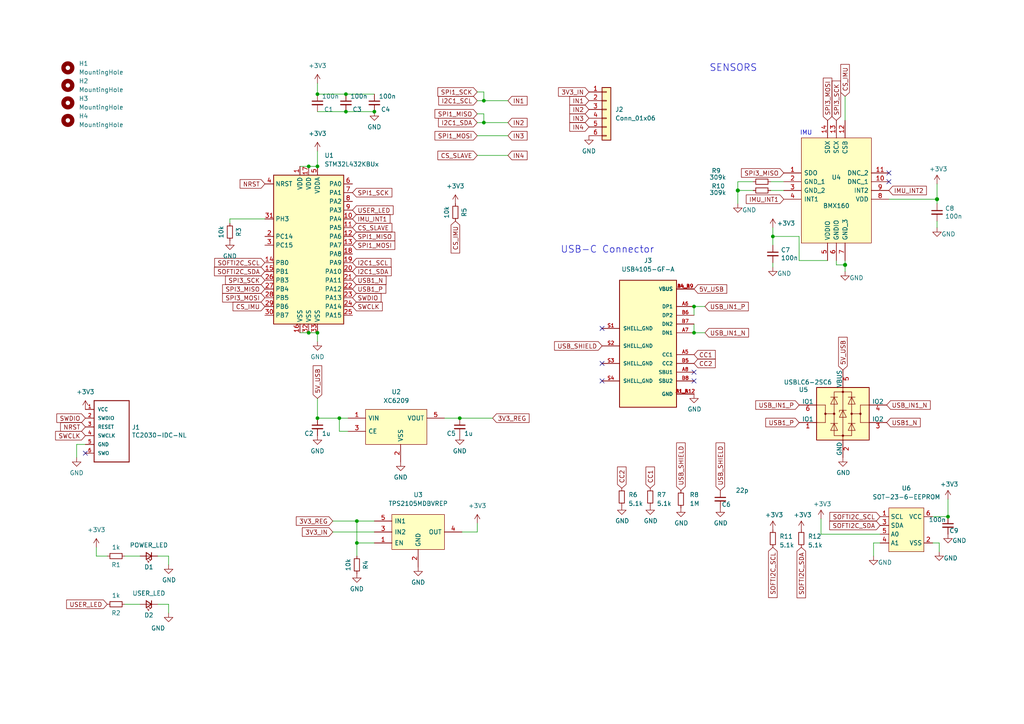
<source format=kicad_sch>
(kicad_sch (version 20230121) (generator eeschema)
  (paper "A4")
  (lib_symbols
    (symbol "Connector_Generic:Conn_01x06" (pin_names (offset 1.016) hide)
      (property "Reference" "J" (at 0 7.62 0))
      (property "Value" "Conn_01x06" (at 0 -10.16 0))
      (symbol "Conn_01x06_1_1"
        (rectangle (start -1.27 -7.493) (end 0 -7.747) (stroke (width 0.1524)))
        (rectangle (start -1.27 -4.953) (end 0 -5.207) (stroke (width 0.1524)))
        (rectangle (start -1.27 -2.413) (end 0 -2.667) (stroke (width 0.1524)))
        (rectangle (start -1.27 0.127) (end 0 -0.127) (stroke (width 0.1524)))
        (rectangle (start -1.27 2.667) (end 0 2.413) (stroke (width 0.1524)))
        (rectangle (start -1.27 5.207) (end 0 4.953) (stroke (width 0.1524)))
        (rectangle (start -1.27 6.35) (end 1.27 -8.89) (stroke (width 0.254)) (fill (type background)))
        (pin passive line (at -5.08 5.08 0) (length 3.81) (name "Pin_1") (number "1"))
        (pin passive line (at -5.08 2.54 0) (length 3.81) (name "Pin_2") (number "2"))
        (pin passive line (at -5.08 0 0) (length 3.81) (name "Pin_3") (number "3"))
        (pin passive line (at -5.08 -2.54 0) (length 3.81) (name "Pin_4") (number "4"))
        (pin passive line (at -5.08 -5.08 0) (length 3.81) (name "Pin_5") (number "5"))
        (pin passive line (at -5.08 -7.62 0) (length 3.81) (name "Pin_6") (number "6"))
      )
    )
    (symbol "Device:C_Small" (pin_numbers hide) (pin_names (offset 0.254) hide)
      (property "Reference" "C" (at 0.254 1.778 0))
      (property "Value" "C_Small" (at 0.254 -2.032 0))
      (symbol "C_Small_0_1"
        (polyline (pts (xy -1.524 -0.508) (xy 1.524 -0.508)) (stroke (width 0.3302)))
        (polyline (pts (xy -1.524 0.508) (xy 1.524 0.508)) (stroke (width 0.3048)))
      )
      (symbol "C_Small_1_1"
        (pin passive line (at 0 2.54 270) (length 2.032) (name "~") (number "1"))
        (pin passive line (at 0 -2.54 90) (length 2.032) (name "~") (number "2"))
      )
    )
    (symbol "Device:R_Small" (pin_numbers hide) (pin_names (offset 0.254) hide)
      (property "Reference" "R" (at 0.762 0.508 0))
      (property "Value" "R_Small" (at 0.762 -1.016 0))
      (symbol "R_Small_0_1"
        (rectangle (start -0.762 1.778) (end 0.762 -1.778) (stroke (width 0.2032)))
      )
      (symbol "R_Small_1_1"
        (pin passive line (at 0 2.54 270) (length 0.762) (name "~") (number "1"))
        (pin passive line (at 0 -2.54 90) (length 0.762) (name "~") (number "2"))
      )
    )
    (symbol "LED_Small_1" (pin_numbers hide) (pin_names (offset 0.254) hide)
      (property "Reference" "D" (at -1.27 3.175 0))
      (property "Value" "LED_Small_1" (at -4.445 -2.54 0))
      (symbol "LED_Small_1_0_1"
        (polyline (pts (xy -0.762 -1.016) (xy -0.762 1.016)) (stroke (width 0.254)))
        (polyline (pts (xy 1.016 0) (xy -0.762 0)))
        (polyline (pts (xy 0.762 -1.016) (xy -0.762 0) (xy 0.762 1.016) (xy 0.762 -1.016)) (stroke (width 0.254)))
        (polyline (pts (xy 0 0.762) (xy -0.508 1.27) (xy -0.254 1.27) (xy -0.508 1.27) (xy -0.508 1.016)))
        (polyline (pts (xy 0.508 1.27) (xy 0 1.778) (xy 0.254 1.778) (xy 0 1.778) (xy 0 1.524)))
      )
      (symbol "LED_Small_1_1_1"
        (pin passive line (at -2.54 0 0) (length 1.778) (name "K") (number "1"))
        (pin passive line (at 2.54 0 180) (length 1.778) (name "A") (number "2"))
      )
    )
    (symbol "MCU_ST_STM32L4:STM32L432KBUx"
      (property "Reference" "U" (at -10.16 21.59 0))
      (property "Value" "STM32L432KBUx" (at 5.08 21.59 0))
      (symbol "STM32L432KBUx_0_1"
        (rectangle (start -10.16 -22.86) (end 10.16 20.32) (stroke (width 0.254)) (fill (type background)))
      )
      (symbol "STM32L432KBUx_1_1"
        (pin power_in line (at -2.54 22.86 270) (length 2.54) (name "VDD") (number "1"))
        (pin bidirectional line (at 12.7 7.62 180) (length 2.54) (name "PA4") (number "10"))
        (pin bidirectional line (at 12.7 5.08 180) (length 2.54) (name "PA5") (number "11"))
        (pin bidirectional line (at 12.7 2.54 180) (length 2.54) (name "PA6") (number "12"))
        (pin bidirectional line (at 12.7 0 180) (length 2.54) (name "PA7") (number "13"))
        (pin bidirectional line (at -12.7 -5.08 0) (length 2.54) (name "PB0") (number "14"))
        (pin bidirectional line (at -12.7 -7.62 0) (length 2.54) (name "PB1") (number "15"))
        (pin power_in line (at -2.54 -25.4 90) (length 2.54) (name "VSS") (number "16"))
        (pin power_in line (at 0 22.86 270) (length 2.54) (name "VDD") (number "17"))
        (pin bidirectional line (at 12.7 -2.54 180) (length 2.54) (name "PA8") (number "18"))
        (pin bidirectional line (at 12.7 -5.08 180) (length 2.54) (name "PA9") (number "19"))
        (pin bidirectional line (at -12.7 2.54 0) (length 2.54) (name "PC14") (number "2"))
        (pin bidirectional line (at 12.7 -7.62 180) (length 2.54) (name "PA10") (number "20"))
        (pin bidirectional line (at 12.7 -10.16 180) (length 2.54) (name "PA11") (number "21"))
        (pin bidirectional line (at 12.7 -12.7 180) (length 2.54) (name "PA12") (number "22"))
        (pin bidirectional line (at 12.7 -15.24 180) (length 2.54) (name "PA13") (number "23"))
        (pin bidirectional line (at 12.7 -17.78 180) (length 2.54) (name "PA14") (number "24"))
        (pin bidirectional line (at 12.7 -20.32 180) (length 2.54) (name "PA15") (number "25"))
        (pin bidirectional line (at -12.7 -10.16 0) (length 2.54) (name "PB3") (number "26"))
        (pin bidirectional line (at -12.7 -12.7 0) (length 2.54) (name "PB4") (number "27"))
        (pin bidirectional line (at -12.7 -15.24 0) (length 2.54) (name "PB5") (number "28"))
        (pin bidirectional line (at -12.7 -17.78 0) (length 2.54) (name "PB6") (number "29"))
        (pin bidirectional line (at -12.7 0 0) (length 2.54) (name "PC15") (number "3"))
        (pin bidirectional line (at -12.7 -20.32 0) (length 2.54) (name "PB7") (number "30"))
        (pin bidirectional line (at -12.7 7.62 0) (length 2.54) (name "PH3") (number "31"))
        (pin power_in line (at 0 -25.4 90) (length 2.54) (name "VSS") (number "32"))
        (pin power_in line (at 2.54 -25.4 90) (length 2.54) (name "VSS") (number "33"))
        (pin input line (at -12.7 17.78 0) (length 2.54) (name "NRST") (number "4"))
        (pin power_in line (at 2.54 22.86 270) (length 2.54) (name "VDDA") (number "5"))
        (pin bidirectional line (at 12.7 17.78 180) (length 2.54) (name "PA0") (number "6"))
        (pin bidirectional line (at 12.7 15.24 180) (length 2.54) (name "PA1") (number "7"))
        (pin bidirectional line (at 12.7 12.7 180) (length 2.54) (name "PA2") (number "8"))
        (pin bidirectional line (at 12.7 10.16 180) (length 2.54) (name "PA3") (number "9"))
      )
    )
    (symbol "Mechanical:MountingHole" (pin_names (offset 1.016))
      (property "Reference" "H" (at 0 5.08 0))
      (property "Value" "MountingHole" (at 0 3.175 0))
      (symbol "MountingHole_0_1"
        (circle (center 0 0) (radius 1.27) (stroke (width 1.27)))
      )
    )
    (symbol "Power_Protection:USBLC6-2SC6" (pin_names (offset 0))
      (property "Reference" "U" (at 5.08 8.89 0))
      (property "Value" "USBLC6-2SC6" (at 10.16 -10.16 0))
      (symbol "USBLC6-2SC6_0_1"
        (rectangle (start -7.62 -7.62) (end 7.62 7.62) (stroke (width 0.254)) (fill (type background)))
        (circle (center -5.08 0) (radius 0.254) (fill (type outline)))
        (circle (center -2.54 0) (radius 0.254) (fill (type outline)))
        (rectangle (start -2.54 6.35) (end 2.54 -6.35))
        (circle (center 0 -6.35) (radius 0.254) (fill (type outline)))
        (polyline (pts (xy -5.08 -2.54) (xy -7.62 -2.54)))
        (polyline (pts (xy -5.08 0) (xy -5.08 -2.54)))
        (polyline (pts (xy -5.08 2.54) (xy -7.62 2.54)))
        (polyline (pts (xy -1.524 -2.794) (xy -3.556 -2.794)))
        (polyline (pts (xy -1.524 4.826) (xy -3.556 4.826)))
        (polyline (pts (xy 0 -7.62) (xy 0 -6.35)))
        (polyline (pts (xy 0 -6.35) (xy 0 1.27)))
        (polyline (pts (xy 0 1.27) (xy 0 6.35)))
        (polyline (pts (xy 0 6.35) (xy 0 7.62)))
        (polyline (pts (xy 1.524 -2.794) (xy 3.556 -2.794)))
        (polyline (pts (xy 1.524 4.826) (xy 3.556 4.826)))
        (polyline (pts (xy 5.08 -2.54) (xy 7.62 -2.54)))
        (polyline (pts (xy 5.08 0) (xy 5.08 -2.54)))
        (polyline (pts (xy 5.08 2.54) (xy 7.62 2.54)))
        (polyline (pts (xy -2.54 0) (xy -5.08 0) (xy -5.08 2.54)))
        (polyline (pts (xy 2.54 0) (xy 5.08 0) (xy 5.08 2.54)))
        (polyline (pts (xy -3.556 -4.826) (xy -1.524 -4.826) (xy -2.54 -2.794) (xy -3.556 -4.826)))
        (polyline (pts (xy -3.556 2.794) (xy -1.524 2.794) (xy -2.54 4.826) (xy -3.556 2.794)))
        (polyline (pts (xy -1.016 -1.016) (xy 1.016 -1.016) (xy 0 1.016) (xy -1.016 -1.016)))
        (polyline (pts (xy 1.016 1.016) (xy 0.762 1.016) (xy -1.016 1.016) (xy -1.016 0.508)))
        (polyline (pts (xy 3.556 -4.826) (xy 1.524 -4.826) (xy 2.54 -2.794) (xy 3.556 -4.826)))
        (polyline (pts (xy 3.556 2.794) (xy 1.524 2.794) (xy 2.54 4.826) (xy 3.556 2.794)))
        (circle (center 0 6.35) (radius 0.254) (fill (type outline)))
        (circle (center 2.54 0) (radius 0.254) (fill (type outline)))
        (circle (center 5.08 0) (radius 0.254) (fill (type outline)))
      )
      (symbol "USBLC6-2SC6_1_1"
        (pin passive line (at -12.7 -2.54 0) (length 5.08) (name "IO1") (number "1"))
        (pin passive line (at 0 -12.7 90) (length 5.08) (name "GND") (number "2"))
        (pin passive line (at 12.7 -2.54 180) (length 5.08) (name "IO2") (number "3"))
        (pin passive line (at 12.7 2.54 180) (length 5.08) (name "IO2") (number "4"))
        (pin passive line (at 0 12.7 270) (length 5.08) (name "VBUS") (number "5"))
        (pin passive line (at -12.7 2.54 0) (length 5.08) (name "IO1") (number "6"))
      )
    )
    (symbol "SamacSys_Parts3:BMX160" (pin_names (offset 0.762))
      (property "Reference" "IC?" (at 15.24 19.685 0))
      (property "Value" "BMX160" (at 15.24 17.145 0))
      (symbol "BMX160_0_0"
        (pin passive line (at 0 0 0) (length 5.08) (name "SDO") (number "1"))
        (pin passive line (at 30.48 -2.54 180) (length 5.08) (name "DNC_1") (number "10"))
        (pin passive line (at 30.48 0 180) (length 5.08) (name "DNC_2") (number "11"))
        (pin passive line (at 17.78 15.24 270) (length 5.08) (name "CSB") (number "12"))
        (pin passive line (at 15.24 15.24 270) (length 5.08) (name "SCX") (number "13"))
        (pin passive line (at 12.7 15.24 270) (length 5.08) (name "SDX") (number "14"))
        (pin passive line (at 0 -2.54 0) (length 5.08) (name "GND_1") (number "2"))
        (pin passive line (at 0 -5.08 0) (length 5.08) (name "GND_2") (number "3"))
        (pin passive line (at 0 -7.62 0) (length 5.08) (name "INT1") (number "4"))
        (pin passive line (at 12.7 -25.4 90) (length 5.08) (name "VDDIO") (number "5"))
        (pin passive line (at 15.24 -25.4 90) (length 5.08) (name "GNDIO") (number "6"))
        (pin passive line (at 17.78 -25.4 90) (length 5.08) (name "GND_3") (number "7"))
        (pin passive line (at 30.48 -7.62 180) (length 5.08) (name "VDD") (number "8"))
        (pin passive line (at 30.48 -5.08 180) (length 5.08) (name "INT2") (number "9"))
      )
      (symbol "BMX160_0_1"
        (polyline (pts (xy 5.08 10.16) (xy 25.4 10.16) (xy 25.4 -20.32) (xy 5.08 -20.32) (xy 5.08 10.16)) (stroke (width 0.1524)) (fill (type background)))
      )
    )
    (symbol "SamacSys_Parts:TPS2105MDBVREP" (pin_names (offset 0.762))
      (property "Reference" "IC1" (at 12.7 8.255 0))
      (property "Value" "TPS2105MDBVREP" (at 12.7 5.715 0))
      (symbol "TPS2105MDBVREP_0_0"
        (pin passive line (at 0 -5.715 0) (length 5.08) (name "EN") (number "1"))
        (pin passive line (at 12.7 -12.7 90) (length 5.08) (name "GND") (number "2"))
        (pin passive line (at 0 -2.54 0) (length 5.08) (name "IN2") (number "3"))
        (pin passive line (at 25.4 -2.54 180) (length 5.08) (name "OUT") (number "4"))
        (pin passive line (at 0 0.635 0) (length 5.08) (name "IN1") (number "5"))
      )
      (symbol "TPS2105MDBVREP_0_1"
        (polyline (pts (xy 5.08 2.54) (xy 20.32 2.54) (xy 20.32 -7.62) (xy 5.08 -7.62) (xy 5.08 2.54)) (stroke (width 0.1524)) (fill (type background)))
      )
    )
    (symbol "SamacSys_Parts:XC6701B332MR-G" (pin_names (offset 0.762))
      (property "Reference" "U5" (at 13.97 7.62 0))
      (property "Value" "XC6209" (at 13.97 5.08 0))
      (symbol "XC6701B332MR-G_0_0"
        (pin passive line (at 0 0 0) (length 5.08) (name "VIN") (number "1"))
        (pin passive line (at 15.24 -12.7 90) (length 5.08) (name "VSS") (number "2"))
        (pin passive line (at 0 -3.81 0) (length 5.08) (name "CE") (number "3"))
        (pin no_connect line (at 20.32 -12.7 90) (length 5.08) hide (name "NC") (number "4"))
        (pin passive line (at 27.94 0 180) (length 5.08) (name "VOUT") (number "5"))
      )
      (symbol "XC6701B332MR-G_0_1"
        (polyline (pts (xy 5.08 2.54) (xy 22.86 2.54) (xy 22.86 -7.62) (xy 5.08 -7.62) (xy 5.08 2.54)) (stroke (width 0.1524)) (fill (type background)))
      )
    )
    (symbol "TC2030-IDC-NL:TC2030-IDC-NL" (pin_names (offset 1.016))
      (property "Reference" "J" (at -5.08 12.7254 0))
      (property "Value" "TC2030-IDC-NL" (at -5.08 -10.16 0))
      (symbol "TC2030-IDC-NL_0_0"
        (polyline (pts (xy -5.08 -7.62) (xy 5.08 -7.62)) (stroke (width 0.254)))
        (polyline (pts (xy -5.08 10.16) (xy -5.08 -7.62)) (stroke (width 0.254)))
        (polyline (pts (xy 5.08 -7.62) (xy 5.08 10.16)) (stroke (width 0.254)))
        (polyline (pts (xy 5.08 10.16) (xy -5.08 10.16)) (stroke (width 0.254)))
        (pin passive line (at -7.62 7.62 0) (length 2.54) (name "VCC") (number "1"))
        (pin passive line (at -7.62 5.08 0) (length 2.54) (name "SWDIO") (number "2"))
        (pin passive line (at -7.62 2.54 0) (length 2.54) (name "RESET") (number "3"))
        (pin passive line (at -7.62 0 0) (length 2.54) (name "SWCLK") (number "4"))
        (pin passive line (at -7.62 -2.54 0) (length 2.54) (name "GND") (number "5"))
        (pin passive line (at -7.62 -5.08 0) (length 2.54) (name "SWO") (number "6"))
      )
    )
    (symbol "downloaded_parts:USB4105-GF-A" (pin_names (offset 1.016))
      (property "Reference" "J5" (at 0 16.51 0))
      (property "Value" "USB4105-GF-A" (at 0 13.97 0))
      (symbol "USB4105-GF-A_0_0"
        (rectangle (start -1.27 12.7) (end 15.24 -24.13) (stroke (width 0.254)) (fill (type background)))
        (pin power_in line (at 20.32 -20.32 180) (length 5.08) (name "GND") (number "A1_B12"))
        (pin power_in line (at 20.32 10.16 180) (length 5.08) (name "VBUS") (number "A4_B9"))
        (pin bidirectional line (at 20.32 -8.89 180) (length 5.08) (name "CC1") (number "A5"))
        (pin bidirectional line (at 20.32 5.08 180) (length 5.08) (name "DP1") (number "A6"))
        (pin bidirectional line (at 20.32 -2.54 180) (length 5.08) (name "DN1") (number "A7"))
        (pin bidirectional line (at 20.32 -13.97 180) (length 5.08) (name "SBU1") (number "A8"))
        (pin power_in line (at 20.32 -20.32 180) (length 5.08) (name "GND") (number "B1_A12"))
        (pin power_in line (at 20.32 10.16 180) (length 5.08) (name "VBUS") (number "B4_A9"))
        (pin bidirectional line (at 20.32 -11.43 180) (length 5.08) (name "CC2") (number "B5"))
        (pin bidirectional line (at 20.32 2.54 180) (length 5.08) (name "DP2") (number "B6"))
        (pin bidirectional line (at 20.32 0 180) (length 5.08) (name "DN2") (number "B7"))
        (pin bidirectional line (at 20.32 -16.51 180) (length 5.08) (name "SBU2") (number "B8"))
        (pin power_in line (at -6.35 -1.27 0) (length 5.08) (name "SHELL_GND") (number "S1"))
        (pin power_in line (at -6.35 -6.35 0) (length 5.08) (name "SHELL_GND") (number "S2"))
        (pin power_in line (at -6.35 -11.43 0) (length 5.08) (name "SHELL_GND") (number "S3"))
        (pin power_in line (at -6.35 -16.51 0) (length 5.08) (name "SHELL_GND") (number "S4"))
      )
    )
    (symbol "own_symbols:SOT-23-6-EEPROM"
      (property "Reference" "U" (at 0 2.54 0))
      (property "Value" "SOT-23-6-EEPROM" (at 0 5.08 0))
      (symbol "SOT-23-6-EEPROM_0_1"
        (rectangle (start 0 0) (end 10.16 -12.7) (stroke (width 0.1524)) (fill (type background)))
      )
      (symbol "SOT-23-6-EEPROM_1_1"
        (pin input line (at -2.54 -2.54 0) (length 2.54) (name "SCL") (number "1"))
        (pin input line (at 12.7 -10.16 180) (length 2.54) (name "VSS") (number "2"))
        (pin input line (at -2.54 -5.08 0) (length 2.54) (name "SDA") (number "3"))
        (pin input line (at -2.54 -10.16 0) (length 2.54) (name "A1") (number "4"))
        (pin input line (at -2.54 -7.62 0) (length 2.54) (name "A0") (number "5"))
        (pin input line (at 12.7 -2.54 180) (length 2.54) (name "VCC") (number "6"))
      )
    )
    (symbol "power:+3V3" (power) (pin_names (offset 0))
      (property "Value" "+3V3" (at 0 3.556 0))
      (symbol "+3V3_0_1"
        (polyline (pts (xy -0.762 1.27) (xy 0 2.54)))
        (polyline (pts (xy 0 0) (xy 0 2.54)))
        (polyline (pts (xy 0 2.54) (xy 0.762 1.27)))
      )
      (symbol "+3V3_1_1"
        (pin power_in line (at 0 0 90) (length 0) hide (name "+3V3") (number "1"))
      )
    )
    (symbol "power:GND" (power) (pin_names (offset 0))
      (property "Value" "GND" (at 0 -3.81 0))
      (symbol "GND_0_1"
        (polyline (pts (xy 0 0) (xy 0 -1.27) (xy 1.27 -1.27) (xy 0 -2.54) (xy -1.27 -1.27) (xy 0 -1.27)))
      )
      (symbol "GND_1_1"
        (pin power_in line (at 0 0 270) (length 0) hide (name "GND") (number "1"))
      )
    )
  )
  (junction (at 100.33 32.385))
  (junction (at 201.295 88.9))
  (junction (at 100.33 27.305))
  (junction (at 245.11 76.835) (diameter 1.016))
  (junction (at 133.35 121.285))
  (junction (at 224.155 68.58) (diameter 0.9144))
  (junction (at 213.995 55.245) (diameter 1.016))
  (junction (at 274.955 149.86))
  (junction (at 140.335 35.56))
  (junction (at 140.335 29.21))
  (junction (at 92.075 27.305))
  (junction (at 108.585 32.385))
  (junction (at 271.78 57.785) (diameter 1.016))
  (junction (at 89.535 96.52))
  (junction (at 103.505 157.48))
  (junction (at 92.075 96.52))
  (junction (at 92.075 48.26))
  (junction (at 201.295 96.52))
  (junction (at 103.505 151.13))
  (junction (at 98.425 121.285))
  (junction (at 92.075 121.285))
  (junction (at 89.535 48.26))
  (no_connect (at 201.295 107.95))
  (no_connect (at 174.625 95.25))
  (no_connect (at 257.81 50.165))
  (no_connect (at 257.81 52.705))
  (no_connect (at 174.625 110.49))
  (no_connect (at 24.765 131.445))
  (no_connect (at 174.625 105.41))
  (no_connect (at 201.295 110.49))
  (wire (pts (xy 76.835 63.5) (xy 66.675 63.5)))
  (wire (pts (xy 92.075 121.285) (xy 98.425 121.285)))
  (wire (pts (xy 103.505 161.29) (xy 103.505 157.48)))
  (wire (pts (xy 92.075 99.06) (xy 92.075 96.52)))
  (wire (pts (xy 201.295 96.52) (xy 204.47 96.52)))
  (wire (pts (xy 253.365 161.29) (xy 253.365 157.48)))
  (wire (pts (xy 138.43 39.37) (xy 147.32 39.37)))
  (wire (pts (xy 201.295 88.9) (xy 201.295 91.44)))
  (wire (pts (xy 274.955 144.78) (xy 274.955 149.86)))
  (wire (pts (xy 218.44 55.245) (xy 213.995 55.245)))
  (wire (pts (xy 138.43 33.02) (xy 140.335 33.02)))
  (wire (pts (xy 271.78 64.135) (xy 271.78 66.04)))
  (wire (pts (xy 92.075 43.815) (xy 92.075 48.26)))
  (wire (pts (xy 22.225 128.905) (xy 24.765 128.905)))
  (wire (pts (xy 138.43 35.56) (xy 140.335 35.56)))
  (wire (pts (xy 245.11 27.94) (xy 245.11 34.925)))
  (wire (pts (xy 245.11 76.835) (xy 245.11 78.74)))
  (wire (pts (xy 140.335 33.02) (xy 140.335 35.56)))
  (wire (pts (xy 27.94 161.29) (xy 31.115 161.29)))
  (wire (pts (xy 27.94 158.75) (xy 27.94 161.29)))
  (wire (pts (xy 224.155 76.2) (xy 224.155 77.47)))
  (wire (pts (xy 227.33 52.705) (xy 223.52 52.705)))
  (wire (pts (xy 242.57 75.565) (xy 242.57 76.835)))
  (wire (pts (xy 48.895 161.29) (xy 45.72 161.29)))
  (wire (pts (xy 253.365 157.48) (xy 255.27 157.48)))
  (wire (pts (xy 213.995 55.245) (xy 213.995 59.055)))
  (wire (pts (xy 271.78 57.785) (xy 271.78 59.055)))
  (wire (pts (xy 231.775 75.565) (xy 231.775 68.58)))
  (wire (pts (xy 22.225 132.715) (xy 22.225 128.905)))
  (wire (pts (xy 128.905 121.285) (xy 133.35 121.285)))
  (wire (pts (xy 103.505 157.48) (xy 103.505 151.13)))
  (wire (pts (xy 48.895 163.83) (xy 48.895 161.29)))
  (wire (pts (xy 257.81 57.785) (xy 271.78 57.785)))
  (wire (pts (xy 89.535 96.52) (xy 92.075 96.52)))
  (wire (pts (xy 231.775 68.58) (xy 224.155 68.58)))
  (wire (pts (xy 103.505 157.48) (xy 108.585 157.48)))
  (wire (pts (xy 140.335 35.56) (xy 147.32 35.56)))
  (wire (pts (xy 227.33 55.245) (xy 223.52 55.245)))
  (wire (pts (xy 140.335 29.21) (xy 147.32 29.21)))
  (wire (pts (xy 138.43 29.21) (xy 140.335 29.21)))
  (wire (pts (xy 89.535 48.26) (xy 92.075 48.26)))
  (wire (pts (xy 133.985 154.305) (xy 138.43 154.305)))
  (wire (pts (xy 272.415 160.02) (xy 272.415 157.48)))
  (wire (pts (xy 48.895 175.26) (xy 45.72 175.26)))
  (wire (pts (xy 92.075 32.385) (xy 100.33 32.385)))
  (wire (pts (xy 245.11 75.565) (xy 245.11 76.835)))
  (wire (pts (xy 140.335 26.67) (xy 140.335 29.21)))
  (wire (pts (xy 86.995 48.26) (xy 89.535 48.26)))
  (wire (pts (xy 272.415 157.48) (xy 270.51 157.48)))
  (wire (pts (xy 48.895 177.8) (xy 48.895 175.26)))
  (wire (pts (xy 271.78 53.34) (xy 271.78 57.785)))
  (wire (pts (xy 238.125 150.495) (xy 238.125 154.94)))
  (wire (pts (xy 98.425 121.285) (xy 100.965 121.285)))
  (wire (pts (xy 138.43 45.085) (xy 147.32 45.085)))
  (wire (pts (xy 98.425 121.285) (xy 98.425 125.095)))
  (wire (pts (xy 240.03 75.565) (xy 231.775 75.565)))
  (wire (pts (xy 138.43 26.67) (xy 140.335 26.67)))
  (wire (pts (xy 96.52 151.13) (xy 103.505 151.13)))
  (wire (pts (xy 36.195 161.29) (xy 40.64 161.29)))
  (wire (pts (xy 98.425 125.095) (xy 100.965 125.095)))
  (wire (pts (xy 100.33 27.305) (xy 108.585 27.305)))
  (wire (pts (xy 213.995 52.705) (xy 213.995 55.245)))
  (wire (pts (xy 242.57 76.835) (xy 245.11 76.835)))
  (wire (pts (xy 201.295 88.9) (xy 204.47 88.9)))
  (wire (pts (xy 201.295 93.98) (xy 201.295 96.52)))
  (wire (pts (xy 92.075 24.13) (xy 92.075 27.305)))
  (wire (pts (xy 138.43 151.765) (xy 138.43 154.305)))
  (wire (pts (xy 96.52 154.305) (xy 108.585 154.305)))
  (wire (pts (xy 100.33 32.385) (xy 108.585 32.385)))
  (wire (pts (xy 92.075 27.305) (xy 100.33 27.305)))
  (wire (pts (xy 36.195 175.26) (xy 40.64 175.26)))
  (wire (pts (xy 103.505 151.13) (xy 108.585 151.13)))
  (wire (pts (xy 218.44 52.705) (xy 213.995 52.705)))
  (wire (pts (xy 66.675 63.5) (xy 66.675 64.77)))
  (wire (pts (xy 224.155 68.58) (xy 224.155 71.12)))
  (wire (pts (xy 92.075 115.57) (xy 92.075 121.285)))
  (wire (pts (xy 133.35 121.285) (xy 142.875 121.285)))
  (wire (pts (xy 274.955 149.86) (xy 270.51 149.86)))
  (wire (pts (xy 224.155 66.04) (xy 224.155 68.58)))
  (wire (pts (xy 238.125 154.94) (xy 255.27 154.94)))
  (wire (pts (xy 86.995 96.52) (xy 89.535 96.52)))
  (text "SENSORS" (at 205.74 20.955 0) (effects (font (size 2 2)) (justify left bottom)))
  (text "IMU" (at 235.585 39.37 0) (effects (font (size 1.27 1.27)) (justify right bottom)))
  (text "USB-C Connector" (at 162.56 73.66 0) (effects (font (size 2 2)) (justify left bottom)))
  (global_label "USB_IN1_N" (shape input) (at 257.175 117.475 0) (property "Intersheetrefs" "${INTERSHEET_REFS}" (effects hide)))
  (global_label "CS_SLAVE" (shape input) (at 102.235 66.04 0) (property "Intersheetrefs" "${INTERSHEET_REFS}" (effects hide)))
  (global_label "USB1_P" (shape input) (at 102.235 83.82 0) (property "Intersheetrefs" "${INTERSHEET_REFS}" (effects hide)))
  (global_label "USB1_P" (shape input) (at 231.775 122.555 180) (property "Intersheetrefs" "${INTERSHEET_REFS}" (effects hide)))
  (global_label "I2C1_SCL" (shape input) (at 138.43 29.21 180) (property "Intersheetrefs" "${INTERSHEET_REFS}" (effects hide)))
  (global_label "USB_IN1_P" (shape input) (at 231.775 117.475 180) (property "Intersheetrefs" "${INTERSHEET_REFS}" (effects hide)))
  (global_label "IMU_INT1" (shape input) (at 102.235 63.5 0) (property "Intersheetrefs" "${INTERSHEET_REFS}" (effects hide)))
  (global_label "IMU_INT2" (shape input) (at 257.81 55.245 0) (property "Intersheetrefs" "${INTERSHEET_REFS}" (effects hide)))
  (global_label "SPI3_MOSI" (shape input) (at 240.03 34.925 90) (property "Intersheetrefs" "${INTERSHEET_REFS}" (effects hide)))
  (global_label "IN3" (shape input) (at 170.815 34.29 180) (property "Intersheetrefs" "${INTERSHEET_REFS}" (effects hide)))
  (global_label "CS_IMU" (shape input) (at 132.08 64.135 270) (property "Intersheetrefs" "${INTERSHEET_REFS}" (effects hide)))
  (global_label "USB_IN1_P" (shape input) (at 204.47 88.9 0) (property "Intersheetrefs" "${INTERSHEET_REFS}" (effects hide)))
  (global_label "IN1" (shape input) (at 170.815 29.21 180) (property "Intersheetrefs" "${INTERSHEET_REFS}" (effects hide)))
  (global_label "IN2" (shape input) (at 147.32 35.56 0) (property "Intersheetrefs" "${INTERSHEET_REFS}" (effects hide)))
  (global_label "USB_SHIELD" (shape input) (at 197.485 142.24 90) (property "Intersheetrefs" "${INTERSHEET_REFS}" (effects hide)))
  (global_label "SOFTI2C_SDA" (shape input) (at 232.41 158.75 270) (property "Intersheetrefs" "${INTERSHEET_REFS}" (effects hide)))
  (global_label "5V_USB" (shape input) (at 244.475 107.315 90) (property "Intersheetrefs" "${INTERSHEET_REFS}" (effects hide)))
  (global_label "USB1_N" (shape input) (at 102.235 81.28 0) (property "Intersheetrefs" "${INTERSHEET_REFS}" (effects hide)))
  (global_label "IMU_INT1" (shape input) (at 227.33 57.785 180) (property "Intersheetrefs" "${INTERSHEET_REFS}" (effects hide)))
  (global_label "SPI3_MISO" (shape input) (at 76.835 83.82 180) (property "Intersheetrefs" "${INTERSHEET_REFS}" (effects hide)))
  (global_label "CC1" (shape input) (at 201.295 102.87 0) (property "Intersheetrefs" "${INTERSHEET_REFS}" (effects hide)))
  (global_label "SPI3_SCK" (shape input) (at 76.835 81.28 180) (property "Intersheetrefs" "${INTERSHEET_REFS}" (effects hide)))
  (global_label "SPI3_MISO" (shape input) (at 227.33 50.165 180) (property "Intersheetrefs" "${INTERSHEET_REFS}" (effects hide)))
  (global_label "SPI1_MISO" (shape input) (at 138.43 33.02 180) (property "Intersheetrefs" "${INTERSHEET_REFS}" (effects hide)))
  (global_label "I2C1_SCL" (shape input) (at 102.235 76.2 0) (property "Intersheetrefs" "${INTERSHEET_REFS}" (effects hide)))
  (global_label "IN3" (shape input) (at 147.32 39.37 0) (property "Intersheetrefs" "${INTERSHEET_REFS}" (effects hide)))
  (global_label "SPI1_SCK" (shape input) (at 102.235 55.88 0) (property "Intersheetrefs" "${INTERSHEET_REFS}" (effects hide)))
  (global_label "SPI1_MISO" (shape input) (at 102.235 68.58 0) (property "Intersheetrefs" "${INTERSHEET_REFS}" (effects hide)))
  (global_label "NRST" (shape input) (at 76.835 53.34 180) (property "Intersheetrefs" "${INTERSHEET_REFS}" (effects hide)))
  (global_label "SOFTI2C_SCL" (shape input) (at 255.27 149.86 180) (property "Intersheetrefs" "${INTERSHEET_REFS}" (effects hide)))
  (global_label "3V3_IN" (shape input) (at 96.52 154.305 180) (property "Intersheetrefs" "${INTERSHEET_REFS}" (effects hide)))
  (global_label "SOFTI2C_SCL" (shape input) (at 224.155 158.75 270) (property "Intersheetrefs" "${INTERSHEET_REFS}" (effects hide)))
  (global_label "USER_LED" (shape input) (at 31.115 175.26 180) (property "Intersheetrefs" "${INTERSHEET_REFS}" (effects hide)))
  (global_label "USB_IN1_N" (shape input) (at 204.47 96.52 0) (property "Intersheetrefs" "${INTERSHEET_REFS}" (effects hide)))
  (global_label "SOFTI2C_SDA" (shape input) (at 76.835 78.74 180) (property "Intersheetrefs" "${INTERSHEET_REFS}" (effects hide)))
  (global_label "5V_USB" (shape input) (at 201.295 83.82 0) (property "Intersheetrefs" "${INTERSHEET_REFS}" (effects hide)))
  (global_label "SWCLK" (shape input) (at 24.765 126.365 180) (property "Intersheetrefs" "${INTERSHEET_REFS}" (effects hide)))
  (global_label "CC2" (shape input) (at 180.34 141.605 90) (property "Intersheetrefs" "${INTERSHEET_REFS}" (effects hide)))
  (global_label "IN2" (shape input) (at 170.815 31.75 180) (property "Intersheetrefs" "${INTERSHEET_REFS}" (effects hide)))
  (global_label "USER_LED" (shape input) (at 102.235 60.96 0) (property "Intersheetrefs" "${INTERSHEET_REFS}" (effects hide)))
  (global_label "5V_USB" (shape input) (at 92.075 115.57 90) (property "Intersheetrefs" "${INTERSHEET_REFS}" (effects hide)))
  (global_label "CS_SLAVE" (shape input) (at 138.43 45.085 180) (property "Intersheetrefs" "${INTERSHEET_REFS}" (effects hide)))
  (global_label "CC1" (shape input) (at 188.595 141.605 90) (property "Intersheetrefs" "${INTERSHEET_REFS}" (effects hide)))
  (global_label "USB1_N" (shape input) (at 257.175 122.555 0) (property "Intersheetrefs" "${INTERSHEET_REFS}" (effects hide)))
  (global_label "USB_SHIELD" (shape input) (at 174.625 100.33 180) (property "Intersheetrefs" "${INTERSHEET_REFS}" (effects hide)))
  (global_label "IN1" (shape input) (at 147.32 29.21 0) (property "Intersheetrefs" "${INTERSHEET_REFS}" (effects hide)))
  (global_label "CS_IMU" (shape input) (at 245.11 27.94 90) (property "Intersheetrefs" "${INTERSHEET_REFS}" (effects hide)))
  (global_label "SPI3_SCK" (shape input) (at 242.57 34.925 90) (property "Intersheetrefs" "${INTERSHEET_REFS}" (effects hide)))
  (global_label "SPI3_MOSI" (shape input) (at 76.835 86.36 180) (property "Intersheetrefs" "${INTERSHEET_REFS}" (effects hide)))
  (global_label "NRST" (shape input) (at 24.765 123.825 180) (property "Intersheetrefs" "${INTERSHEET_REFS}" (effects hide)))
  (global_label "IN4" (shape input) (at 170.815 36.83 180) (property "Intersheetrefs" "${INTERSHEET_REFS}" (effects hide)))
  (global_label "USB_SHIELD" (shape input) (at 208.915 142.24 90) (property "Intersheetrefs" "${INTERSHEET_REFS}" (effects hide)))
  (global_label "SWDIO" (shape input) (at 102.235 86.36 0) (property "Intersheetrefs" "${INTERSHEET_REFS}" (effects hide)))
  (global_label "I2C1_SDA" (shape input) (at 102.235 78.74 0) (property "Intersheetrefs" "${INTERSHEET_REFS}" (effects hide)))
  (global_label "SPI1_MOSI" (shape input) (at 102.235 71.12 0) (property "Intersheetrefs" "${INTERSHEET_REFS}" (effects hide)))
  (global_label "3V3_IN" (shape input) (at 170.815 26.67 180) (property "Intersheetrefs" "${INTERSHEET_REFS}" (effects hide)))
  (global_label "3V3_REG" (shape input) (at 142.875 121.285 0) (property "Intersheetrefs" "${INTERSHEET_REFS}" (effects hide)))
  (global_label "SOFTI2C_SDA" (shape input) (at 255.27 152.4 180) (property "Intersheetrefs" "${INTERSHEET_REFS}" (effects hide)))
  (global_label "IN4" (shape input) (at 147.32 45.085 0) (property "Intersheetrefs" "${INTERSHEET_REFS}" (effects hide)))
  (global_label "SPI1_MOSI" (shape input) (at 138.43 39.37 180) (property "Intersheetrefs" "${INTERSHEET_REFS}" (effects hide)))
  (global_label "3V3_REG" (shape input) (at 96.52 151.13 180) (property "Intersheetrefs" "${INTERSHEET_REFS}" (effects hide)))
  (global_label "SWDIO" (shape input) (at 24.765 121.285 180) (property "Intersheetrefs" "${INTERSHEET_REFS}" (effects hide)))
  (global_label "SPI1_SCK" (shape input) (at 138.43 26.67 180) (property "Intersheetrefs" "${INTERSHEET_REFS}" (effects hide)))
  (global_label "I2C1_SDA" (shape input) (at 138.43 35.56 180) (property "Intersheetrefs" "${INTERSHEET_REFS}" (effects hide)))
  (global_label "CC2" (shape input) (at 201.295 105.41 0) (property "Intersheetrefs" "${INTERSHEET_REFS}" (effects hide)))
  (global_label "CS_IMU" (shape input) (at 76.835 88.9 180) (property "Intersheetrefs" "${INTERSHEET_REFS}" (effects hide)))
  (global_label "SOFTI2C_SCL" (shape input) (at 76.835 76.2 180) (property "Intersheetrefs" "${INTERSHEET_REFS}" (effects hide)))
  (global_label "SWCLK" (shape input) (at 102.235 88.9 0) (property "Intersheetrefs" "${INTERSHEET_REFS}" (effects hide)))
  (symbol (lib_id "power:GND") (at 48.895 163.83 0) (unit 1)
    (property "Reference" "#PWR04" (effects hide))
    (property "Value" "GND" (at 49.022 168.2242 0))
  )
  (symbol (lib_id "power:GND") (at 208.915 147.32 0) (unit 1)
    (property "Reference" "#PWR023" (effects hide))
    (property "Value" "GND" (at 209.042 151.7142 0))
  )
  (symbol (lib_id "power:+3V3") (at 24.765 118.745 0) (unit 1)
    (property "Reference" "#PWR02" (effects hide))
    (property "Value" "+3V3" (at 24.765 113.665 0))
  )
  (symbol (lib_name "LED_Small_1") (lib_id "Device:LED_Small") (at 43.18 161.29 180) (unit 1)
    (property "Reference" "D1" (at 43.18 164.465 0))
    (property "Value" "POWER_LED" (at 43.18 158.115 0))
    (property "Footprint" "LED_SMD:LED_0603_1608Metric" (effects hide))
  )
  (symbol (lib_id "Device:C_Small") (at 92.075 123.825 0) (unit 1)
    (property "Reference" "C2" (at 88.265 125.73 0) (effects (justify left)))
    (property "Value" "1u" (at 93.345 125.73 0) (effects (justify left)))
    (property "Footprint" "Capacitor_SMD:C_0603_1608Metric" (effects hide))
  )
  (symbol (lib_id "Device:R_Small") (at 33.655 175.26 90) (unit 1)
    (property "Reference" "R2" (at 33.655 177.8 90))
    (property "Value" "1k" (at 33.655 172.72 90))
    (property "Footprint" "Resistor_SMD:R_0603_1608Metric" (effects hide))
  )
  (symbol (lib_id "Mechanical:MountingHole") (at 19.685 24.765 0) (unit 1)
    (property "Reference" "H2" (at 22.86 23.4949 0) (effects (justify left)))
    (property "Value" "MountingHole" (at 22.86 26.0349 0) (effects (justify left)))
    (property "Footprint" "downloaded_parts:MH_noPad_2.5" (effects hide))
  )
  (symbol (lib_id "power:GND") (at 92.075 126.365 0) (unit 1)
    (property "Reference" "#PWR010" (effects hide))
    (property "Value" "GND" (at 92.075 130.81 0))
  )
  (symbol (lib_id "power:GND") (at 121.285 164.465 0) (unit 1)
    (property "Reference" "#PWR014" (effects hide))
    (property "Value" "GND" (at 121.285 168.91 0))
  )
  (symbol (lib_id "Device:R_Small") (at 224.155 156.21 0) (unit 1)
    (property "Reference" "R11" (at 226.06 155.5749 0) (effects (justify left)))
    (property "Value" "5.1k" (at 226.06 158.1149 0) (effects (justify left)))
    (property "Footprint" "Resistor_SMD:R_0603_1608Metric" (effects hide))
  )
  (symbol (lib_id "Device:R_Small") (at 220.98 52.705 270) (unit 1)
    (property "Reference" "R9" (at 206.375 49.53 90) (effects (justify left)))
    (property "Value" "309k" (at 205.74 51.435 90) (effects (justify left)))
    (property "Footprint" "Resistor_SMD:R_0603_1608Metric" (effects hide))
  )
  (symbol (lib_id "power:GND") (at 22.225 132.715 0) (unit 1)
    (property "Reference" "#PWR01" (effects hide))
    (property "Value" "GND" (at 22.225 137.16 0))
  )
  (symbol (lib_id "Device:R_Small") (at 188.595 144.145 0) (unit 1)
    (property "Reference" "R7" (at 190.5 143.5099 0) (effects (justify left)))
    (property "Value" "5.1k" (at 190.5 146.0499 0) (effects (justify left)))
    (property "Footprint" "Resistor_SMD:R_0603_1608Metric" (effects hide))
  )
  (symbol (lib_id "Mechanical:MountingHole") (at 19.685 34.925 0) (unit 1)
    (property "Reference" "H4" (at 22.86 33.6549 0) (effects (justify left)))
    (property "Value" "MountingHole" (at 22.86 36.1949 0) (effects (justify left)))
    (property "Footprint" "downloaded_parts:MH_noPad_2.5" (effects hide))
  )
  (symbol (lib_id "Device:R_Small") (at 180.34 144.145 0) (unit 1)
    (property "Reference" "R6" (at 182.245 143.5099 0) (effects (justify left)))
    (property "Value" "5.1k" (at 182.245 146.0499 0) (effects (justify left)))
    (property "Footprint" "Resistor_SMD:R_0603_1608Metric" (effects hide))
  )
  (symbol (lib_id "power:+3V3") (at 27.94 158.75 0) (unit 1)
    (property "Reference" "#PWR03" (effects hide))
    (property "Value" "+3V3" (at 27.94 153.67 0))
  )
  (symbol (lib_id "power:GND") (at 244.475 132.715 0) (unit 1)
    (property "Reference" "#PWR030" (effects hide))
    (property "Value" "GND" (at 244.602 137.1092 0))
  )
  (symbol (lib_id "power:GND") (at 224.155 77.47 0) (unit 1)
    (property "Reference" "#PWR026" (effects hide))
    (property "Value" "GND" (at 227.457 79.3242 0))
  )
  (symbol (lib_id "Connector_Generic:Conn_01x06") (at 175.895 31.75 0) (unit 1)
    (property "Reference" "J2" (at 178.435 31.7499 0) (effects (justify left)))
    (property "Value" "Conn_01x06" (at 178.435 34.2899 0) (effects (justify left)))
    (property "Footprint" "Connector_JST:JST_GH_SM06B-GHS-TB_1x06-1MP_P1.25mm_Horizontal" (effects hide))
  )
  (symbol (lib_id "Device:C_Small") (at 274.955 152.4 0) (unit 1)
    (property "Reference" "C9" (at 275.336 153.9239 0) (effects (justify left)))
    (property "Value" "100n" (at 269.367 150.7489 0) (effects (justify left)))
    (property "Footprint" "Capacitor_SMD:C_0603_1608Metric" (effects hide))
  )
  (symbol (lib_id "power:GND") (at 245.11 78.74 0) (unit 1)
    (property "Reference" "#PWR031" (effects hide))
    (property "Value" "GND" (at 248.412 80.5942 0))
  )
  (symbol (lib_id "power:+3V3") (at 232.41 153.67 0) (unit 1)
    (property "Reference" "#PWR028" (effects hide))
    (property "Value" "+3V3" (at 232.7783 149.3456 0))
  )
  (symbol (lib_id "power:+3V3") (at 92.075 43.815 0) (unit 1)
    (property "Reference" "#PWR08" (effects hide))
    (property "Value" "+3V3" (at 92.075 38.735 0))
  )
  (symbol (lib_id "SamacSys_Parts3:BMX160") (at 227.33 50.165 0) (unit 1)
    (property "Reference" "U4" (at 242.57 51.435 0))
    (property "Value" "BMX160" (at 242.57 59.69 0))
    (property "Footprint" "downloaded_parts:PQFN50P300X250X88-14N" (effects hide))
    (property "Description" "IMUs - Inertial Measurement Units 9-axis (9DOF) Absolute Orientation MEMS Sensor" (effects hide))
    (property "Height" "0.88" (effects hide))
    (property "Mouser Part Number" "262-BMX160" (effects hide))
    (property "Mouser Price/Stock" "https://www.mouser.co.uk/ProductDetail/Bosch-Sensortec/BMX160?qs=w%2Fv1CP2dgqoayZdn49CsrA%3D%3D" (effects hide))
    (property "Manufacturer_Name" "Bosch Sensortec" (effects hide))
    (property "Manufacturer_Part_Number" "BMX160" (effects hide))
  )
  (symbol (lib_id "Device:C_Small") (at 208.915 144.78 0) (unit 1)
    (property "Reference" "C6" (at 209.296 146.3039 0) (effects (justify left)))
    (property "Value" "22p" (at 213.36 142.24 0) (effects (justify left)))
    (property "Footprint" "Capacitor_SMD:C_0603_1608Metric" (effects hide))
  )
  (symbol (lib_id "power:GND") (at 92.075 99.06 0) (unit 1)
    (property "Reference" "#PWR09" (effects hide))
    (property "Value" "GND" (at 92.075 103.505 0))
  )
  (symbol (lib_id "Device:C_Small") (at 92.075 29.845 0) (unit 1)
    (property "Reference" "C1" (at 93.98 31.75 0) (effects (justify left)))
    (property "Value" "100n" (at 93.345 27.94 0) (effects (justify left)))
    (property "Footprint" "Capacitor_SMD:C_0603_1608Metric" (effects hide))
  )
  (symbol (lib_id "Mechanical:MountingHole") (at 19.685 29.845 0) (unit 1)
    (property "Reference" "H3" (at 22.86 28.5749 0) (effects (justify left)))
    (property "Value" "MountingHole" (at 22.86 31.1149 0) (effects (justify left)))
    (property "Footprint" "downloaded_parts:MH_noPad_2.5" (effects hide))
  )
  (symbol (lib_id "power:+3V3") (at 132.08 59.055 0) (unit 1)
    (property "Reference" "#PWR015" (effects hide))
    (property "Value" "+3V3" (at 132.08 53.975 0))
  )
  (symbol (lib_id "Device:R_Small") (at 232.41 156.21 0) (unit 1)
    (property "Reference" "R12" (at 234.315 155.5749 0) (effects (justify left)))
    (property "Value" "5.1k" (at 234.315 158.1149 0) (effects (justify left)))
    (property "Footprint" "Resistor_SMD:R_0603_1608Metric" (effects hide))
  )
  (symbol (lib_id "power:GND") (at 116.205 133.985 0) (unit 1)
    (property "Reference" "#PWR013" (effects hide))
    (property "Value" "GND" (at 116.205 138.43 0))
  )
  (symbol (lib_id "Device:R_Small") (at 103.505 163.83 180) (unit 1)
    (property "Reference" "R4" (at 106.045 163.83 90))
    (property "Value" "10k" (at 100.965 163.83 90))
    (property "Footprint" "Resistor_SMD:R_0603_1608Metric" (effects hide))
  )
  (symbol (lib_id "Device:R_Small") (at 66.675 67.31 180) (unit 1)
    (property "Reference" "R3" (at 69.215 67.31 90))
    (property "Value" "10k" (at 64.135 67.31 90))
    (property "Footprint" "Resistor_SMD:R_0603_1608Metric" (effects hide))
  )
  (symbol (lib_id "power:GND") (at 108.585 32.385 0) (unit 1)
    (property "Reference" "#PWR012" (effects hide))
    (property "Value" "GND" (at 108.585 36.83 0))
  )
  (symbol (lib_id "power:GND") (at 188.595 146.685 0) (unit 1)
    (property "Reference" "#PWR020" (effects hide))
    (property "Value" "GND" (at 188.722 151.0792 0))
  )
  (symbol (lib_id "TC2030-IDC-NL:TC2030-IDC-NL") (at 32.385 126.365 0) (unit 1)
    (property "Reference" "J1" (at 38.2271 123.9456 0) (effects (justify left)))
    (property "Value" "TC2030-IDC-NL" (at 38.2271 126.2443 0) (effects (justify left)))
    (property "Footprint" "Connector:Tag-Connect_TC2030-IDC-NL_2x03_P1.27mm_Vertical" (effects hide))
    (property "Datasheet" "Manufacturer recommendation" (effects hide))
    (property "Field4" "Tag-Connect" (effects hide))
    (property "Field5" "MS" (effects hide))
  )
  (symbol (lib_id "Device:R_Small") (at 132.08 61.595 180) (unit 1)
    (property "Reference" "R5" (at 134.62 61.595 90))
    (property "Value" "10k" (at 129.54 61.595 90))
    (property "Footprint" "Resistor_SMD:R_0603_1608Metric" (effects hide))
  )
  (symbol (lib_id "Device:C_Small") (at 108.585 29.845 0) (unit 1)
    (property "Reference" "C4" (at 110.49 31.75 0) (effects (justify left)))
    (property "Value" "100n" (at 109.855 27.94 0) (effects (justify left)))
    (property "Footprint" "Capacitor_SMD:C_0603_1608Metric" (effects hide))
  )
  (symbol (lib_id "Device:R_Small") (at 197.485 144.78 0) (unit 1)
    (property "Reference" "R8" (at 200.025 143.5099 0) (effects (justify left)))
    (property "Value" "1M" (at 200.025 146.0499 0) (effects (justify left)))
    (property "Footprint" "Resistor_SMD:R_0603_1608Metric" (effects hide))
  )
  (symbol (lib_id "power:GND") (at 213.995 59.055 0) (unit 1)
    (property "Reference" "#PWR024" (effects hide))
    (property "Value" "GND" (at 217.297 60.9092 0))
  )
  (symbol (lib_id "power:+3V3") (at 271.78 53.34 0) (unit 1)
    (property "Reference" "#PWR033" (effects hide))
    (property "Value" "+3V3" (at 272.1483 49.0156 0))
  )
  (symbol (lib_id "power:+3V3") (at 92.075 24.13 0) (unit 1)
    (property "Reference" "#PWR07" (effects hide))
    (property "Value" "+3V3" (at 92.075 19.05 0))
  )
  (symbol (lib_id "power:GND") (at 170.815 39.37 0) (unit 1)
    (property "Reference" "#PWR018" (effects hide))
    (property "Value" "GND" (at 170.815 43.815 0))
  )
  (symbol (lib_id "power:GND") (at 180.34 146.685 0) (unit 1)
    (property "Reference" "#PWR019" (effects hide))
    (property "Value" "GND" (at 180.467 151.0792 0))
  )
  (symbol (lib_id "Device:R_Small") (at 220.98 55.245 270) (unit 1)
    (property "Reference" "R10" (at 206.375 53.975 90) (effects (justify left)))
    (property "Value" "309k" (at 205.74 55.88 90) (effects (justify left)))
    (property "Footprint" "Resistor_SMD:R_0603_1608Metric" (effects hide))
  )
  (symbol (lib_id "power:GND") (at 48.895 177.8 0) (unit 1)
    (property "Reference" "#PWR05" (effects hide))
    (property "Value" "GND" (at 45.847 182.1942 0))
  )
  (symbol (lib_id "power:+3V3") (at 138.43 151.765 0) (unit 1)
    (property "Reference" "#PWR017" (effects hide))
    (property "Value" "+3V3" (at 138.43 146.685 0))
  )
  (symbol (lib_id "power:GND") (at 133.35 126.365 0) (unit 1)
    (property "Reference" "#PWR016" (effects hide))
    (property "Value" "GND" (at 133.35 130.81 0))
  )
  (symbol (lib_id "own_symbols:SOT-23-6-EEPROM") (at 257.81 147.32 0) (unit 1)
    (property "Reference" "U6" (at 262.89 141.605 0))
    (property "Value" "SOT-23-6-EEPROM" (at 262.89 144.145 0))
    (property "Footprint" "Package_TO_SOT_SMD:SOT-23-6" (effects hide))
  )
  (symbol (lib_id "power:GND") (at 272.415 160.02 0) (unit 1)
    (property "Reference" "#PWR035" (effects hide))
    (property "Value" "GND" (at 275.717 161.8742 0))
  )
  (symbol (lib_id "power:+3V3") (at 238.125 150.495 0) (unit 1)
    (property "Reference" "#PWR029" (effects hide))
    (property "Value" "+3V3" (at 238.4933 146.1706 0))
  )
  (symbol (lib_id "SamacSys_Parts:XC6701B332MR-G") (at 100.965 121.285 0) (unit 1)
    (property "Reference" "U2" (at 114.935 113.665 0))
    (property "Value" "XC6209" (at 114.935 116.205 0))
    (property "Footprint" "downloaded_parts:SOT95P280X130-5N" (effects hide))
    (property "Datasheet" "https://www.torexsemi.com/file/xc6701/XC6701.pdf" (effects hide))
    (property "Description" "LDO Voltage Regulators 28V Input High Speed Vltg Reg" (effects hide))
    (property "Height" "1.3" (effects hide))
    (property "Mouser Part Number" "865-XC6701B332MR-G" (effects hide))
    (property "Mouser Price/Stock" "https://www.mouser.com/Search/Refine.aspx?Keyword=865-XC6701B332MR-G" (effects hide))
    (property "Manufacturer_Name" "Torex" (effects hide))
    (property "Manufacturer_Part_Number" "XC6701B332MR-G" (effects hide))
  )
  (symbol (lib_id "power:+3V3") (at 274.955 144.78 0) (unit 1)
    (property "Reference" "#PWR036" (effects hide))
    (property "Value" "+3V3" (at 275.3233 140.4556 0))
  )
  (symbol (lib_id "Mechanical:MountingHole") (at 19.685 19.685 0) (unit 1)
    (property "Reference" "H1" (at 22.86 18.4149 0) (effects (justify left)))
    (property "Value" "MountingHole" (at 22.86 20.9549 0) (effects (justify left)))
    (property "Footprint" "downloaded_parts:MH_noPad_2.5" (effects hide))
  )
  (symbol (lib_id "power:+3V3") (at 224.155 66.04 0) (unit 1)
    (property "Reference" "#PWR025" (effects hide))
    (property "Value" "+3V3" (at 227.965 64.77 0))
  )
  (symbol (lib_id "MCU_ST_STM32L4:STM32L432KBUx") (at 89.535 71.12 0) (unit 1)
    (property "Reference" "U1" (at 94.0944 45.085 0) (effects (justify left)))
    (property "Value" "STM32L432KBUx" (at 94.0944 47.625 0) (effects (justify left)))
    (property "Footprint" "Package_DFN_QFN:QFN-32-1EP_5x5mm_P0.5mm_EP3.45x3.45mm" (effects hide))
    (property "Datasheet" "http://www.st.com/st-web-ui/static/active/en/resource/technical/document/datasheet/DM00257205.pdf" (effects hide))
  )
  (symbol (lib_id "downloaded_parts:USB4105-GF-A") (at 180.975 93.98 0) (unit 1)
    (property "Reference" "J3" (at 187.96 75.565 0))
    (property "Value" "USB4105-GF-A" (at 187.96 78.105 0))
    (property "Footprint" "downloaded_parts:GCT_USB4105-GF-A" (effects hide))
    (property "MANUFACTURER" "GCT" (effects hide))
    (property "PARTREV" "A3" (effects hide))
    (property "MAXIMUM_PACKAGE_HEIGHT" "3.31 mm" (effects hide))
    (property "STANDARD" "Manufacturer Recommendations" (effects hide))
  )
  (symbol (lib_id "Power_Protection:USBLC6-2SC6") (at 244.475 120.015 0) (unit 1)
    (property "Reference" "U5" (at 233.045 113.0108 0))
    (property "Value" "USBLC6-2SC6" (at 234.315 110.8645 0))
    (property "Footprint" "Package_TO_SOT_SMD:SOT-23-6" (effects hide))
    (property "Datasheet" "http://www2.st.com/resource/en/datasheet/CD00050750.pdf" (effects hide))
  )
  (symbol (lib_id "power:+3V3") (at 224.155 153.67 0) (unit 1)
    (property "Reference" "#PWR027" (effects hide))
    (property "Value" "+3V3" (at 224.5233 149.3456 0))
  )
  (symbol (lib_id "SamacSys_Parts:TPS2105MDBVREP") (at 108.585 151.765 0) (unit 1)
    (property "Reference" "U3" (at 121.285 143.51 0))
    (property "Value" "TPS2105MDBVREP" (at 121.285 146.05 0))
    (property "Footprint" "downloaded_parts:SOT95P280X145-5N" (effects hide))
    (property "Datasheet" "http://www.ti.com/lit/ds/symlink/tps2105-ep.pdf" (effects hide))
    (property "Description" "2.7-5.5V Dual In/Single Out MOSFET, 0.5A Main/0.1A Aux Input, Act-High Enable" (effects hide))
    (property "Height" "1.45" (effects hide))
    (property "Mouser Part Number" "595-TPS2105MDBVREP" (effects hide))
    (property "Mouser Price/Stock" "https://www.mouser.co.uk/ProductDetail/Texas-Instruments/TPS2105MDBVREP?qs=NRIcxvoDUteAJB89ViJomg%3D%3D" (effects hide))
    (property "Manufacturer_Name" "Texas Instruments" (effects hide))
    (property "Manufacturer_Part_Number" "TPS2105MDBVREP" (effects hide))
  )
  (symbol (lib_id "power:GND") (at 66.675 69.85 0) (unit 1)
    (property "Reference" "#PWR06" (effects hide))
    (property "Value" "GND" (at 66.675 74.295 0))
  )
  (symbol (lib_id "Device:C_Small") (at 224.155 73.66 0) (unit 1)
    (property "Reference" "C7" (at 226.4792 72.5106 0) (effects (justify left)))
    (property "Value" "100n" (at 226.479 74.809 0) (effects (justify left)))
    (property "Footprint" "Capacitor_SMD:C_0603_1608Metric" (effects hide))
  )
  (symbol (lib_id "Device:R_Small") (at 33.655 161.29 90) (unit 1)
    (property "Reference" "R1" (at 33.655 163.83 90))
    (property "Value" "1k" (at 33.655 158.75 90))
    (property "Footprint" "Resistor_SMD:R_0603_1608Metric" (effects hide))
  )
  (symbol (lib_id "power:GND") (at 274.955 154.94 0) (unit 1)
    (property "Reference" "#PWR037" (effects hide))
    (property "Value" "GND" (at 278.257 156.7942 0))
  )
  (symbol (lib_id "power:GND") (at 201.295 114.3 0) (unit 1)
    (property "Reference" "#PWR022" (effects hide))
    (property "Value" "GND" (at 201.422 118.6942 0))
  )
  (symbol (lib_id "Device:C_Small") (at 100.33 29.845 0) (unit 1)
    (property "Reference" "C3" (at 102.235 31.75 0) (effects (justify left)))
    (property "Value" "100n" (at 101.6 27.94 0) (effects (justify left)))
    (property "Footprint" "Capacitor_SMD:C_0603_1608Metric" (effects hide))
  )
  (symbol (lib_id "Device:C_Small") (at 271.78 61.595 0) (unit 1)
    (property "Reference" "C8" (at 274.1042 60.4456 0) (effects (justify left)))
    (property "Value" "100n" (at 274.104 62.744 0) (effects (justify left)))
    (property "Footprint" "Capacitor_SMD:C_0603_1608Metric" (effects hide))
  )
  (symbol (lib_id "power:GND") (at 271.78 66.04 0) (unit 1)
    (property "Reference" "#PWR034" (effects hide))
    (property "Value" "GND" (at 275.082 67.8942 0))
  )
  (symbol (lib_id "power:GND") (at 103.505 166.37 0) (unit 1)
    (property "Reference" "#PWR011" (effects hide))
    (property "Value" "GND" (at 103.505 170.815 0))
  )
  (symbol (lib_id "power:GND") (at 253.365 161.29 0) (unit 1)
    (property "Reference" "#PWR032" (effects hide))
    (property "Value" "GND" (at 256.667 163.1442 0))
  )
  (symbol (lib_id "power:GND") (at 197.485 147.32 0) (unit 1)
    (property "Reference" "#PWR021" (effects hide))
    (property "Value" "GND" (at 197.612 151.7142 0))
  )
  (symbol (lib_name "LED_Small_1") (lib_id "Device:LED_Small") (at 43.18 175.26 180) (unit 1)
    (property "Reference" "D2" (at 43.18 178.435 0))
    (property "Value" "USER_LED" (at 43.18 172.085 0))
    (property "Footprint" "LED_SMD:LED_0603_1608Metric" (effects hide))
  )
  (symbol (lib_id "Device:C_Small") (at 133.35 123.825 0) (unit 1)
    (property "Reference" "C5" (at 129.54 125.73 0) (effects (justify left)))
    (property "Value" "1u" (at 134.62 125.73 0) (effects (justify left)))
    (property "Footprint" "Capacitor_SMD:C_0603_1608Metric" (effects hide))
  )
)
</source>
